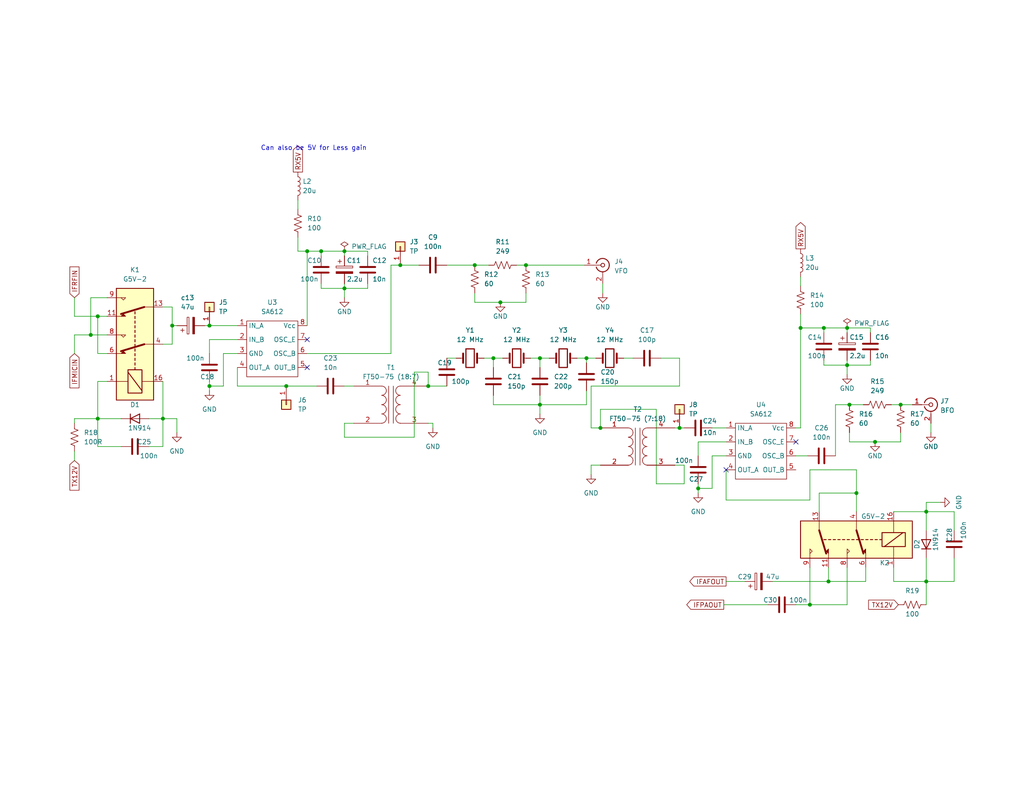
<source format=kicad_sch>
(kicad_sch (version 20211123) (generator eeschema)
  (paper "A")
  (title_block (date "2022-08-31") (rev "0.1a") (company "DATER (Dave Peter)"))
  (lib_symbols
    (symbol "Connector:Conn_Coaxial" (pin_names (offset 1.016) hide)
      (property "Reference" "J" (at 0.254 3.048 0))
      (property "Value" "Conn_Coaxial" (at 2.921 0 90))
      (symbol "Conn_Coaxial_0_1"
        (arc (start -1.778 -0.508) (mid 0.2311 -1.8066) (end 1.778 0) (stroke (width 0.254)))
        (polyline (pts (xy -2.54 0) (xy -0.508 0)))
        (polyline (pts (xy 0 -2.54) (xy 0 -1.778)))
        (circle (center 0 0) (radius 0.508) (stroke (width 0.2032)))
        (arc (start 1.778 0) (mid 0.2099 1.8101) (end -1.778 0.508) (stroke (width 0.254)))
      )
      (symbol "Conn_Coaxial_1_1"
        (pin passive line (at -5.08 0 0) (length 2.54) (name "In") (number "1"))
        (pin passive line (at 0 -5.08 90) (length 2.54) (name "Ext") (number "2"))
      )
    )
    (symbol "Connector_Generic:Conn_01x01" (pin_names (offset 1.016) hide)
      (property "Reference" "J" (at 0 2.54 0))
      (property "Value" "Conn_01x01" (at 0 -2.54 0))
      (symbol "Conn_01x01_1_1"
        (rectangle (start -1.27 0.127) (end 0 -0.127) (stroke (width 0.1524)))
        (rectangle (start -1.27 1.27) (end 1.27 -1.27) (stroke (width 0.254)) (fill (type background)))
        (pin passive line (at -5.08 0 0) (length 3.81) (name "Pin_1") (number "1"))
      )
    )
    (symbol "Custom_RF:SA612"
      (property "Reference" "U" (at 1.27 10.16 0))
      (property "Value" "SA612" (at 1.27 -7.62 0))
      (symbol "SA612_0_1"
        (rectangle (start -6.35 8.89) (end 7.62 -6.35))
      )
      (symbol "SA612_1_1"
        (pin input line (at -8.89 7.62 0) (length 2.54) (name "IN_A") (number "1"))
        (pin input line (at -8.89 3.81 0) (length 2.54) (name "IN_B") (number "2"))
        (pin power_in line (at -8.89 0 0) (length 2.54) (name "GND") (number "3"))
        (pin output line (at -8.89 -3.81 0) (length 2.54) (name "OUT_A") (number "4"))
        (pin output line (at 10.16 -3.81 180) (length 2.54) (name "OUT_B") (number "5"))
        (pin input line (at 10.16 0 180) (length 2.54) (name "OSC_B") (number "6"))
        (pin input line (at 10.16 3.81 180) (length 2.54) (name "OSC_E") (number "7"))
        (pin power_in line (at 10.16 7.62 180) (length 2.54) (name "Vcc") (number "8"))
      )
    )
    (symbol "Device:C" (pin_numbers hide) (pin_names (offset 0.254))
      (property "Reference" "C" (at 0.635 2.54 0))
      (property "Value" "C" (at 0.635 -2.54 0))
      (symbol "C_0_1"
        (polyline (pts (xy -2.032 -0.762) (xy 2.032 -0.762)) (stroke (width 0.508)))
        (polyline (pts (xy -2.032 0.762) (xy 2.032 0.762)) (stroke (width 0.508)))
      )
      (symbol "C_1_1"
        (pin passive line (at 0 3.81 270) (length 2.794) (name "~") (number "1"))
        (pin passive line (at 0 -3.81 90) (length 2.794) (name "~") (number "2"))
      )
    )
    (symbol "Device:C_Polarized" (pin_numbers hide) (pin_names (offset 0.254))
      (property "Reference" "C" (at 0.635 2.54 0))
      (property "Value" "C_Polarized" (at 0.635 -2.54 0))
      (symbol "C_Polarized_0_1"
        (rectangle (start -2.286 0.508) (end 2.286 1.016))
        (polyline (pts (xy -1.778 2.286) (xy -0.762 2.286)))
        (polyline (pts (xy -1.27 2.794) (xy -1.27 1.778)))
        (rectangle (start 2.286 -0.508) (end -2.286 -1.016) (fill (type outline)))
      )
      (symbol "C_Polarized_1_1"
        (pin passive line (at 0 3.81 270) (length 2.794) (name "~") (number "1"))
        (pin passive line (at 0 -3.81 90) (length 2.794) (name "~") (number "2"))
      )
    )
    (symbol "Device:Crystal" (pin_numbers hide) (pin_names (offset 1.016) hide)
      (property "Reference" "Y" (at 0 3.81 0))
      (property "Value" "Crystal" (at 0 -3.81 0))
      (symbol "Crystal_0_1"
        (rectangle (start -1.143 2.54) (end 1.143 -2.54) (stroke (width 0.3048)))
        (polyline (pts (xy -2.54 0) (xy -1.905 0)))
        (polyline (pts (xy -1.905 -1.27) (xy -1.905 1.27)) (stroke (width 0.508)))
        (polyline (pts (xy 1.905 -1.27) (xy 1.905 1.27)) (stroke (width 0.508)))
        (polyline (pts (xy 2.54 0) (xy 1.905 0)))
      )
      (symbol "Crystal_1_1"
        (pin passive line (at -3.81 0 0) (length 1.27) (name "1") (number "1"))
        (pin passive line (at 3.81 0 180) (length 1.27) (name "2") (number "2"))
      )
    )
    (symbol "Device:L" (pin_numbers hide) (pin_names (offset 1.016) hide)
      (property "Reference" "L" (at -1.27 0 90))
      (property "Value" "L" (at 1.905 0 90))
      (symbol "L_0_1"
        (arc (start 0 -2.54) (mid 0.635 -1.905) (end 0 -1.27))
        (arc (start 0 -1.27) (mid 0.635 -0.635) (end 0 0))
        (arc (start 0 0) (mid 0.635 0.635) (end 0 1.27))
        (arc (start 0 1.27) (mid 0.635 1.905) (end 0 2.54))
      )
      (symbol "L_1_1"
        (pin passive line (at 0 3.81 270) (length 1.27) (name "1") (number "1"))
        (pin passive line (at 0 -3.81 90) (length 1.27) (name "2") (number "2"))
      )
    )
    (symbol "Device:R_US" (pin_numbers hide) (pin_names (offset 0))
      (property "Reference" "R" (at 2.54 0 90))
      (property "Value" "R_US" (at -2.54 0 90))
      (symbol "R_US_0_1"
        (polyline (pts (xy 0 -2.286) (xy 0 -2.54)))
        (polyline (pts (xy 0 2.286) (xy 0 2.54)))
        (polyline (pts (xy 0 -0.762) (xy 1.016 -1.143) (xy 0 -1.524) (xy -1.016 -1.905) (xy 0 -2.286)))
        (polyline (pts (xy 0 0.762) (xy 1.016 0.381) (xy 0 0) (xy -1.016 -0.381) (xy 0 -0.762)))
        (polyline (pts (xy 0 2.286) (xy 1.016 1.905) (xy 0 1.524) (xy -1.016 1.143) (xy 0 0.762)))
      )
      (symbol "R_US_1_1"
        (pin passive line (at 0 3.81 270) (length 1.27) (name "~") (number "1"))
        (pin passive line (at 0 -3.81 90) (length 1.27) (name "~") (number "2"))
      )
    )
    (symbol "Device:Transformer_1P_1S" (pin_names (offset 1.016) hide)
      (property "Reference" "T" (at 0 6.35 0))
      (property "Value" "Transformer_1P_1S" (at 0 -7.62 0))
      (symbol "Transformer_1P_1S_0_1"
        (arc (start -2.54 -5.0546) (mid -1.6599 -4.6901) (end -1.27 -3.81))
        (arc (start -2.54 -2.5146) (mid -1.6599 -2.1501) (end -1.27 -1.27))
        (arc (start -2.54 0.0254) (mid -1.6599 0.3899) (end -1.27 1.27))
        (arc (start -2.54 2.5654) (mid -1.6599 2.9299) (end -1.27 3.81))
        (arc (start -1.27 -3.81) (mid -1.642 -2.912) (end -2.54 -2.54))
        (arc (start -1.27 -1.27) (mid -1.642 -0.372) (end -2.54 0))
        (arc (start -1.27 1.27) (mid -1.642 2.168) (end -2.54 2.54))
        (arc (start -1.27 3.81) (mid -1.642 4.708) (end -2.54 5.08))
        (polyline (pts (xy -0.635 5.08) (xy -0.635 -5.08)))
        (polyline (pts (xy 0.635 -5.08) (xy 0.635 5.08)))
        (arc (start 1.2954 -1.27) (mid 1.6599 -2.1501) (end 2.54 -2.5146))
        (arc (start 1.2954 1.27) (mid 1.6599 0.3899) (end 2.54 0.0254))
        (arc (start 1.2954 3.81) (mid 1.6599 2.9299) (end 2.54 2.5654))
        (arc (start 1.3208 -3.81) (mid 1.6853 -4.6901) (end 2.5654 -5.0546))
        (arc (start 2.54 0) (mid 1.642 -0.372) (end 1.2954 -1.27))
        (arc (start 2.54 2.54) (mid 1.642 2.168) (end 1.2954 1.27))
        (arc (start 2.54 5.08) (mid 1.642 4.708) (end 1.2954 3.81))
        (arc (start 2.5654 -2.54) (mid 1.6674 -2.912) (end 1.3208 -3.81))
      )
      (symbol "Transformer_1P_1S_1_1"
        (pin passive line (at -10.16 5.08 0) (length 7.62) (name "AA") (number "1"))
        (pin passive line (at -10.16 -5.08 0) (length 7.62) (name "AB") (number "2"))
        (pin passive line (at 10.16 -5.08 180) (length 7.62) (name "SA") (number "3"))
        (pin passive line (at 10.16 5.08 180) (length 7.62) (name "SB") (number "4"))
      )
    )
    (symbol "Diode:1N914" (pin_numbers hide) (pin_names (offset 1.016) hide)
      (property "Reference" "D" (at 0 2.54 0))
      (property "Value" "1N914" (at 0 -2.54 0))
      (symbol "1N914_0_1"
        (polyline (pts (xy -1.27 1.27) (xy -1.27 -1.27)) (stroke (width 0.254)))
        (polyline (pts (xy 1.27 0) (xy -1.27 0)))
        (polyline (pts (xy 1.27 1.27) (xy 1.27 -1.27) (xy -1.27 0) (xy 1.27 1.27)) (stroke (width 0.254)))
      )
      (symbol "1N914_1_1"
        (pin passive line (at -3.81 0 0) (length 2.54) (name "K") (number "1"))
        (pin passive line (at 3.81 0 180) (length 2.54) (name "A") (number "2"))
      )
    )
    (symbol "Relay:G5V-2"
      (property "Reference" "K" (at 16.51 3.81 0))
      (property "Value" "G5V-2" (at 16.51 1.27 0))
      (symbol "G5V-2_0_1"
        (rectangle (start -15.24 5.08) (end 15.24 -5.08) (stroke (width 0.254)) (fill (type background)))
        (rectangle (start -13.335 1.905) (end -6.985 -1.905) (stroke (width 0.254)))
        (polyline (pts (xy -12.7 -1.905) (xy -7.62 1.905)) (stroke (width 0.254)))
        (polyline (pts (xy -10.16 -5.08) (xy -10.16 -1.905)))
        (polyline (pts (xy -10.16 5.08) (xy -10.16 1.905)))
        (polyline (pts (xy -6.985 0) (xy -6.35 0)) (stroke (width 0.254)))
        (polyline (pts (xy -5.715 0) (xy -5.08 0)) (stroke (width 0.254)))
        (polyline (pts (xy -4.445 0) (xy -3.81 0)) (stroke (width 0.254)))
        (polyline (pts (xy -3.175 0) (xy -2.54 0)) (stroke (width 0.254)))
        (polyline (pts (xy -1.905 0) (xy -1.27 0)) (stroke (width 0.254)))
        (polyline (pts (xy -0.635 0) (xy 0 0)) (stroke (width 0.254)))
        (polyline (pts (xy 0 -2.54) (xy -1.905 3.81)) (stroke (width 0.508)))
        (polyline (pts (xy 0 -2.54) (xy 0 -5.08)))
        (polyline (pts (xy 0.635 0) (xy 1.27 0)) (stroke (width 0.254)))
        (polyline (pts (xy 1.905 0) (xy 2.54 0)) (stroke (width 0.254)))
        (polyline (pts (xy 3.175 0) (xy 3.81 0)) (stroke (width 0.254)))
        (polyline (pts (xy 4.445 0) (xy 5.08 0)) (stroke (width 0.254)))
        (polyline (pts (xy 5.715 0) (xy 6.35 0)) (stroke (width 0.254)))
        (polyline (pts (xy 6.985 0) (xy 7.62 0)) (stroke (width 0.254)))
        (polyline (pts (xy 8.255 0) (xy 8.89 0)) (stroke (width 0.254)))
        (polyline (pts (xy 10.16 -2.54) (xy 8.255 3.81)) (stroke (width 0.508)))
        (polyline (pts (xy 10.16 -2.54) (xy 10.16 -5.08)))
        (polyline (pts (xy -2.54 5.08) (xy -2.54 2.54) (xy -1.905 3.175) (xy -2.54 3.81)) (fill (type outline)))
        (polyline (pts (xy 2.54 5.08) (xy 2.54 2.54) (xy 1.905 3.175) (xy 2.54 3.81)))
        (polyline (pts (xy 7.62 5.08) (xy 7.62 2.54) (xy 8.255 3.175) (xy 7.62 3.81)) (fill (type outline)))
        (polyline (pts (xy 12.7 5.08) (xy 12.7 2.54) (xy 12.065 3.175) (xy 12.7 3.81)))
      )
      (symbol "G5V-2_1_1"
        (pin passive line (at -10.16 7.62 270) (length 2.54) (name "~") (number "1"))
        (pin passive line (at 7.62 7.62 270) (length 2.54) (name "~") (number "11"))
        (pin passive line (at 10.16 -7.62 90) (length 2.54) (name "~") (number "13"))
        (pin passive line (at -10.16 -7.62 90) (length 2.54) (name "~") (number "16"))
        (pin passive line (at 0 -7.62 90) (length 2.54) (name "~") (number "4"))
        (pin passive line (at -2.54 7.62 270) (length 2.54) (name "~") (number "6"))
        (pin passive line (at 2.54 7.62 270) (length 2.54) (name "~") (number "8"))
        (pin passive line (at 12.7 7.62 270) (length 2.54) (name "~") (number "9"))
      )
    )
    (symbol "power:GND" (power) (pin_names (offset 0))
      (property "Value" "GND" (at 0 -3.81 0))
      (symbol "GND_0_1"
        (polyline (pts (xy 0 0) (xy 0 -1.27) (xy 1.27 -1.27) (xy 0 -2.54) (xy -1.27 -1.27) (xy 0 -1.27)))
      )
      (symbol "GND_1_1"
        (pin power_in line (at 0 0 270) (length 0) hide (name "GND") (number "1"))
      )
    )
    (symbol "power:PWR_FLAG" (power) (pin_numbers hide) (pin_names (offset 0) hide)
      (property "Value" "PWR_FLAG" (at 0 3.81 0))
      (symbol "PWR_FLAG_0_0"
        (pin power_out line (at 0 0 90) (length 0) (name "pwr") (number "1"))
      )
      (symbol "PWR_FLAG_0_1"
        (polyline (pts (xy 0 0) (xy 0 1.27) (xy -1.016 1.905) (xy 0 2.54) (xy 1.016 1.905) (xy 0 1.27)))
      )
    )
  )
  (junction (at 129.54 72.39))
  (junction (at 26.67 114.3))
  (junction (at 46.99 88.9))
  (junction (at 160.02 97.79))
  (junction (at 190.5 133.35))
  (junction (at 218.44 89.535))
  (junction (at 136.525 82.55))
  (junction (at 252.73 158.75))
  (junction (at 143.51 72.39))
  (junction (at 231.14 89.535))
  (junction (at 231.14 99.695))
  (junction (at 78.105 105.41))
  (junction (at 226.06 158.75))
  (junction (at 57.15 88.9))
  (junction (at 231.775 110.49))
  (junction (at 252.73 139.7))
  (junction (at 93.98 68.58))
  (junction (at 238.76 120.65))
  (junction (at 224.79 89.535))
  (junction (at 109.22 72.39))
  (junction (at 134.62 97.79))
  (junction (at 245.745 110.49))
  (junction (at 147.32 97.79))
  (junction (at 93.98 78.74))
  (junction (at 233.68 134.62))
  (junction (at 26.67 86.36))
  (junction (at 44.45 114.3))
  (junction (at 163.83 116.84))
  (junction (at 185.42 116.84))
  (junction (at 116.84 105.41))
  (junction (at 57.15 105.41))
  (junction (at 220.98 165.1))
  (junction (at 147.32 110.49))
  (junction (at 83.82 68.58))
  (junction (at 24.765 91.44))
  (junction (at 87.63 68.58))
  (no_connect (at 198.12 128.27))
  (no_connect (at 83.82 92.71))
  (no_connect (at 217.17 120.65))
  (no_connect (at 83.82 100.33))
  (wire (pts (xy 224.79 89.535) (xy 231.14 89.535)))
  (wire (pts (xy 24.765 81.28) (xy 29.21 81.28)))
  (wire (pts (xy 20.32 123.19) (xy 20.32 125.73)))
  (wire (pts (xy 220.98 136.525) (xy 198.12 136.525)))
  (wire (pts (xy 57.15 92.71) (xy 57.15 96.52)))
  (wire (pts (xy 100.33 68.58) (xy 100.33 69.85)))
  (wire (pts (xy 220.98 128.27) (xy 233.68 128.27)))
  (wire (pts (xy 26.67 96.52) (xy 29.21 96.52)))
  (wire (pts (xy 194.31 133.35) (xy 194.31 124.46)))
  (wire (pts (xy 260.35 158.75) (xy 260.35 152.4)))
  (wire (pts (xy 147.32 97.79) (xy 149.86 97.79)))
  (wire (pts (xy 87.63 77.47) (xy 87.63 78.74)))
  (wire (pts (xy 243.205 110.49) (xy 245.745 110.49)))
  (wire (pts (xy 24.765 91.44) (xy 20.32 91.44)))
  (wire (pts (xy 40.64 114.3) (xy 44.45 114.3)))
  (wire (pts (xy 26.67 114.3) (xy 26.67 121.92)))
  (wire (pts (xy 252.73 158.75) (xy 260.35 158.75)))
  (wire (pts (xy 231.14 165.1) (xy 231.14 154.94)))
  (wire (pts (xy 194.31 124.46) (xy 198.12 124.46)))
  (wire (pts (xy 224.79 89.535) (xy 224.79 90.805)))
  (wire (pts (xy 44.45 114.3) (xy 44.45 121.92)))
  (wire (pts (xy 238.76 120.65) (xy 245.745 120.65)))
  (wire (pts (xy 87.63 68.58) (xy 87.63 69.85)))
  (wire (pts (xy 163.83 116.84) (xy 163.83 111.76)))
  (wire (pts (xy 26.67 114.3) (xy 33.02 114.3)))
  (wire (pts (xy 164.465 77.47) (xy 164.465 80.01)))
  (wire (pts (xy 245.745 120.65) (xy 245.745 118.11)))
  (wire (pts (xy 227.965 110.49) (xy 227.965 124.46)))
  (wire (pts (xy 147.32 110.49) (xy 147.32 107.95)))
  (wire (pts (xy 243.84 158.75) (xy 252.73 158.75)))
  (wire (pts (xy 218.44 89.535) (xy 218.44 116.84)))
  (wire (pts (xy 48.26 88.9) (xy 46.99 88.9)))
  (wire (pts (xy 20.32 81.28) (xy 20.32 86.36)))
  (wire (pts (xy 81.28 68.58) (xy 83.82 68.58)))
  (wire (pts (xy 224.79 99.695) (xy 231.14 99.695)))
  (wire (pts (xy 218.44 85.725) (xy 218.44 89.535)))
  (wire (pts (xy 231.14 99.695) (xy 231.14 98.425)))
  (wire (pts (xy 116.84 105.41) (xy 121.92 105.41)))
  (wire (pts (xy 93.98 115.57) (xy 93.98 119.38)))
  (wire (pts (xy 220.98 165.1) (xy 231.14 165.1)))
  (wire (pts (xy 252.73 139.7) (xy 260.35 139.7)))
  (wire (pts (xy 220.98 154.94) (xy 220.98 165.1)))
  (wire (pts (xy 179.07 111.76) (xy 179.07 132.08)))
  (wire (pts (xy 231.14 99.695) (xy 231.14 102.235)))
  (wire (pts (xy 237.49 98.425) (xy 237.49 99.695)))
  (wire (pts (xy 217.17 165.1) (xy 220.98 165.1)))
  (wire (pts (xy 26.67 86.36) (xy 29.21 86.36)))
  (wire (pts (xy 223.52 134.62) (xy 223.52 139.7)))
  (wire (pts (xy 161.29 127) (xy 163.83 127)))
  (wire (pts (xy 185.42 97.79) (xy 185.42 105.41)))
  (wire (pts (xy 118.11 115.57) (xy 118.11 116.84)))
  (wire (pts (xy 237.49 89.535) (xy 237.49 90.805)))
  (wire (pts (xy 81.28 54.61) (xy 81.28 57.15)))
  (wire (pts (xy 93.98 68.58) (xy 93.98 69.85)))
  (wire (pts (xy 143.51 82.55) (xy 143.51 80.01)))
  (wire (pts (xy 129.54 72.39) (xy 133.35 72.39)))
  (wire (pts (xy 26.67 86.36) (xy 26.67 96.52)))
  (wire (pts (xy 26.67 121.92) (xy 33.02 121.92)))
  (wire (pts (xy 121.92 72.39) (xy 129.54 72.39)))
  (wire (pts (xy 252.73 139.7) (xy 252.73 137.16)))
  (wire (pts (xy 243.84 139.7) (xy 252.73 139.7)))
  (wire (pts (xy 231.14 89.535) (xy 231.14 90.805)))
  (wire (pts (xy 134.62 97.79) (xy 134.62 100.33)))
  (wire (pts (xy 140.97 72.39) (xy 143.51 72.39)))
  (wire (pts (xy 143.51 72.39) (xy 159.385 72.39)))
  (wire (pts (xy 64.77 105.41) (xy 64.77 100.33)))
  (wire (pts (xy 93.98 78.74) (xy 93.98 77.47)))
  (wire (pts (xy 81.28 64.77) (xy 81.28 68.58)))
  (wire (pts (xy 106.68 72.39) (xy 106.68 96.52)))
  (wire (pts (xy 147.32 110.49) (xy 147.32 113.03)))
  (wire (pts (xy 93.98 78.74) (xy 93.98 81.28)))
  (wire (pts (xy 44.45 104.14) (xy 44.45 114.3)))
  (wire (pts (xy 198.12 136.525) (xy 198.12 128.27)))
  (wire (pts (xy 26.67 104.14) (xy 26.67 114.3)))
  (wire (pts (xy 116.84 115.57) (xy 118.11 115.57)))
  (wire (pts (xy 57.15 88.9) (xy 64.77 88.9)))
  (wire (pts (xy 114.3 72.39) (xy 109.22 72.39)))
  (wire (pts (xy 233.68 134.62) (xy 233.68 139.7)))
  (wire (pts (xy 29.21 104.14) (xy 26.67 104.14)))
  (wire (pts (xy 44.45 114.3) (xy 48.26 114.3)))
  (wire (pts (xy 160.02 106.68) (xy 160.02 110.49)))
  (wire (pts (xy 252.73 158.75) (xy 252.73 152.4)))
  (wire (pts (xy 78.105 105.41) (xy 86.36 105.41)))
  (wire (pts (xy 224.79 98.425) (xy 224.79 99.695)))
  (wire (pts (xy 48.26 114.3) (xy 48.26 118.11)))
  (wire (pts (xy 46.99 88.9) (xy 46.99 93.98)))
  (wire (pts (xy 134.62 97.79) (xy 137.16 97.79)))
  (wire (pts (xy 147.32 97.79) (xy 147.32 100.33)))
  (wire (pts (xy 184.15 116.84) (xy 185.42 116.84)))
  (wire (pts (xy 134.62 110.49) (xy 147.32 110.49)))
  (wire (pts (xy 185.42 105.41) (xy 161.29 105.41)))
  (wire (pts (xy 116.84 101.6) (xy 116.84 105.41)))
  (wire (pts (xy 190.5 133.35) (xy 194.31 133.35)))
  (wire (pts (xy 198.12 120.65) (xy 190.5 120.65)))
  (wire (pts (xy 254 115.57) (xy 254 118.11)))
  (wire (pts (xy 157.48 97.79) (xy 160.02 97.79)))
  (wire (pts (xy 144.78 97.79) (xy 147.32 97.79)))
  (wire (pts (xy 190.5 120.65) (xy 190.5 124.46)))
  (wire (pts (xy 40.64 121.92) (xy 44.45 121.92)))
  (wire (pts (xy 163.83 111.76) (xy 179.07 111.76)))
  (wire (pts (xy 243.84 154.94) (xy 243.84 158.75)))
  (wire (pts (xy 160.02 97.79) (xy 160.02 99.06)))
  (wire (pts (xy 60.96 96.52) (xy 64.77 96.52)))
  (wire (pts (xy 57.15 105.41) (xy 57.15 106.68)))
  (wire (pts (xy 185.42 97.79) (xy 180.34 97.79)))
  (wire (pts (xy 223.52 134.62) (xy 233.68 134.62)))
  (wire (pts (xy 134.62 107.95) (xy 134.62 110.49)))
  (wire (pts (xy 220.345 124.46) (xy 217.17 124.46)))
  (wire (pts (xy 231.775 110.49) (xy 235.585 110.49)))
  (wire (pts (xy 55.88 88.9) (xy 57.15 88.9)))
  (wire (pts (xy 44.45 93.98) (xy 46.99 93.98)))
  (wire (pts (xy 161.29 127) (xy 161.29 129.54)))
  (wire (pts (xy 252.73 139.7) (xy 252.73 144.78)))
  (wire (pts (xy 210.82 158.75) (xy 226.06 158.75)))
  (wire (pts (xy 136.525 82.55) (xy 143.51 82.55)))
  (wire (pts (xy 226.06 154.94) (xy 226.06 158.75)))
  (wire (pts (xy 161.29 105.41) (xy 161.29 116.84)))
  (wire (pts (xy 93.98 78.74) (xy 100.33 78.74)))
  (wire (pts (xy 197.485 165.1) (xy 209.55 165.1)))
  (wire (pts (xy 179.07 132.08) (xy 186.69 132.08)))
  (wire (pts (xy 83.82 68.58) (xy 87.63 68.58)))
  (wire (pts (xy 252.73 158.75) (xy 252.73 165.1)))
  (wire (pts (xy 44.45 83.82) (xy 46.99 83.82)))
  (wire (pts (xy 57.15 104.14) (xy 57.15 105.41)))
  (wire (pts (xy 231.775 110.49) (xy 227.965 110.49)))
  (wire (pts (xy 185.42 116.84) (xy 186.69 116.84)))
  (wire (pts (xy 231.775 120.65) (xy 238.76 120.65)))
  (wire (pts (xy 109.22 72.39) (xy 106.68 72.39)))
  (wire (pts (xy 160.02 97.79) (xy 162.56 97.79)))
  (wire (pts (xy 60.96 105.41) (xy 60.96 96.52)))
  (wire (pts (xy 220.98 128.27) (xy 220.98 136.525)))
  (wire (pts (xy 83.82 68.58) (xy 83.82 88.9)))
  (wire (pts (xy 184.15 127) (xy 186.69 127)))
  (wire (pts (xy 236.22 154.94) (xy 236.22 158.75)))
  (wire (pts (xy 190.5 133.35) (xy 190.5 134.62)))
  (wire (pts (xy 245.745 110.49) (xy 248.92 110.49)))
  (wire (pts (xy 64.77 105.41) (xy 78.105 105.41)))
  (wire (pts (xy 121.92 97.79) (xy 124.46 97.79)))
  (wire (pts (xy 64.77 92.71) (xy 57.15 92.71)))
  (wire (pts (xy 20.32 86.36) (xy 26.67 86.36)))
  (wire (pts (xy 260.35 144.78) (xy 260.35 139.7)))
  (wire (pts (xy 218.44 75.565) (xy 218.44 78.105)))
  (wire (pts (xy 218.44 89.535) (xy 224.79 89.535)))
  (wire (pts (xy 160.02 110.49) (xy 147.32 110.49)))
  (wire (pts (xy 46.99 83.82) (xy 46.99 88.9)))
  (wire (pts (xy 186.69 127) (xy 186.69 132.08)))
  (wire (pts (xy 100.33 77.47) (xy 100.33 78.74)))
  (wire (pts (xy 57.15 105.41) (xy 60.96 105.41)))
  (wire (pts (xy 29.21 91.44) (xy 24.765 91.44)))
  (wire (pts (xy 233.68 134.62) (xy 233.68 128.27)))
  (wire (pts (xy 106.68 96.52) (xy 83.82 96.52)))
  (wire (pts (xy 132.08 97.79) (xy 134.62 97.79)))
  (wire (pts (xy 170.18 97.79) (xy 172.72 97.79)))
  (wire (pts (xy 231.775 118.11) (xy 231.775 120.65)))
  (wire (pts (xy 231.14 99.695) (xy 237.49 99.695)))
  (wire (pts (xy 87.63 68.58) (xy 93.98 68.58)))
  (wire (pts (xy 113.03 101.6) (xy 116.84 101.6)))
  (wire (pts (xy 218.44 116.84) (xy 217.17 116.84)))
  (wire (pts (xy 129.54 80.01) (xy 129.54 82.55)))
  (wire (pts (xy 113.03 119.38) (xy 113.03 101.6)))
  (wire (pts (xy 93.98 68.58) (xy 100.33 68.58)))
  (wire (pts (xy 87.63 78.74) (xy 93.98 78.74)))
  (wire (pts (xy 20.32 91.44) (xy 20.32 96.52)))
  (wire (pts (xy 26.67 114.3) (xy 20.32 114.3)))
  (wire (pts (xy 198.12 158.75) (xy 203.2 158.75)))
  (wire (pts (xy 24.765 91.44) (xy 24.765 81.28)))
  (wire (pts (xy 96.52 115.57) (xy 93.98 115.57)))
  (wire (pts (xy 190.5 132.08) (xy 190.5 133.35)))
  (wire (pts (xy 129.54 82.55) (xy 136.525 82.55)))
  (wire (pts (xy 231.14 89.535) (xy 237.49 89.535)))
  (wire (pts (xy 93.98 119.38) (xy 113.03 119.38)))
  (wire (pts (xy 93.98 105.41) (xy 96.52 105.41)))
  (wire (pts (xy 236.22 158.75) (xy 226.06 158.75)))
  (wire (pts (xy 194.31 116.84) (xy 198.12 116.84)))
  (wire (pts (xy 161.29 116.84) (xy 163.83 116.84)))
  (wire (pts (xy 20.32 114.3) (xy 20.32 115.57)))
  (wire (pts (xy 252.73 137.16) (xy 256.54 137.16)))
  (text "Can also be 5V for Less gain" (at 71.12 41.275 0) (effects (font (size 1.27 1.27)) (justify left bottom)))
  (global_label "RX5V" (shape output) (at 81.28 46.99 90) (property "Intersheet References" "${INTERSHEET_REFS}" (effects hide)))
  (global_label "IFRFIN" (shape input) (at 20.32 81.28 90) (property "Intersheet References" "${INTERSHEET_REFS}" (effects hide)))
  (global_label "TX12V" (shape input) (at 245.11 165.1 180) (property "Intersheet References" "${INTERSHEET_REFS}" (effects hide)))
  (global_label "IFMICIN" (shape input) (at 20.32 96.52 270) (property "Intersheet References" "${INTERSHEET_REFS}" (effects hide)))
  (global_label "RX5V" (shape output) (at 218.44 67.945 90) (property "Intersheet References" "${INTERSHEET_REFS}" (effects hide)))
  (global_label "IFPAOUT" (shape output) (at 197.485 165.1 180) (property "Intersheet References" "${INTERSHEET_REFS}" (effects hide)))
  (global_label "TX12V" (shape input) (at 20.32 125.73 270) (property "Intersheet References" "${INTERSHEET_REFS}" (effects hide)))
  (global_label "IFAFOUT" (shape output) (at 198.12 158.75 180) (property "Intersheet References" "${INTERSHEET_REFS}" (effects hide)))
  (symbol (lib_id "power:GND") (at 190.5 134.62 0) (unit 1)
    (property "Reference" "#PWR020" (effects hide))
    (property "Value" "GND" (at 190.5 139.7 0))
  )
  (symbol (lib_id "power:GND") (at 93.98 81.28 0) (unit 1)
    (property "Reference" "#PWR010" (effects hide))
    (property "Value" "GND" (at 93.98 85.09 0))
  )
  (symbol (lib_id "Custom_RF:SA612") (at 73.66 96.52 0) (unit 1)
    (property "Reference" "U3" (at 74.295 82.55 0))
    (property "Value" "SA612" (at 74.295 85.09 0))
    (property "Footprint" "Package_DIP:DIP-8_W7.62mm_Socket" (effects hide))
  )
  (symbol (lib_id "Connector_Generic:Conn_01x01") (at 109.22 67.31 90) (unit 1)
    (property "Reference" "J3" (at 111.76 66.0399 90) (effects (justify right)))
    (property "Value" "TP" (at 111.76 68.5799 90) (effects (justify right)))
    (property "Footprint" "Connector_PinHeader_1.00mm:PinHeader_1x01_P1.00mm_Vertical" (effects hide))
  )
  (symbol (lib_id "Device:C") (at 36.83 121.92 90) (unit 1)
    (property "Reference" "C25" (at 39.37 120.65 90))
    (property "Value" "100n" (at 40.64 124.46 90))
    (property "Footprint" "Capacitor_SMD:C_1206_3216Metric" (effects hide))
  )
  (symbol (lib_id "Device:R_US") (at 245.745 114.3 0) (unit 1)
    (property "Reference" "R17" (at 248.285 113.0299 0) (effects (justify left)))
    (property "Value" "60" (at 248.285 115.5699 0) (effects (justify left)))
    (property "Footprint" "Resistor_SMD:R_1206_3216Metric" (effects hide))
  )
  (symbol (lib_id "Device:C_Polarized") (at 207.01 158.75 90) (unit 1)
    (property "Reference" "C29" (at 203.2 157.48 90))
    (property "Value" "47u" (at 210.82 157.48 90))
    (property "Footprint" "Capacitor_THT:CP_Radial_D8.0mm_P2.50mm" (effects hide))
  )
  (symbol (lib_id "Device:C") (at 213.36 165.1 270) (unit 1)
    (property "Reference" "C30" (at 210.185 163.83 90))
    (property "Value" "100n" (at 217.805 163.83 90))
    (property "Footprint" "Capacitor_SMD:C_1206_3216Metric" (effects hide))
  )
  (symbol (lib_id "Device:C") (at 190.5 116.84 90) (unit 1)
    (property "Reference" "C24" (at 193.675 114.935 90))
    (property "Value" "10n" (at 193.675 118.11 90))
    (property "Footprint" "Capacitor_SMD:C_1206_3216Metric" (effects hide))
  )
  (symbol (lib_id "Diode:1N914") (at 36.83 114.3 0) (unit 1)
    (property "Reference" "D1" (at 36.83 110.49 0))
    (property "Value" "1N914" (at 38.1 116.84 0))
    (property "Footprint" "Diode_THT:D_DO-35_SOD27_P7.62mm_Horizontal" (effects hide))
    (property "Datasheet" "http://www.vishay.com/docs/85622/1n914.pdf" (effects hide))
  )
  (symbol (lib_id "Device:R_US") (at 231.775 114.3 0) (unit 1)
    (property "Reference" "R16" (at 234.315 113.0299 0) (effects (justify left)))
    (property "Value" "60" (at 234.315 115.5699 0) (effects (justify left)))
    (property "Footprint" "Resistor_SMD:R_1206_3216Metric" (effects hide))
  )
  (symbol (lib_id "Diode:1N914") (at 252.73 148.59 90) (unit 1)
    (property "Reference" "D2" (at 250.19 148.59 0))
    (property "Value" "1N914" (at 255.27 147.32 0))
    (property "Footprint" "Diode_THT:D_DO-35_SOD27_P7.62mm_Horizontal" (effects hide))
    (property "Datasheet" "http://www.vishay.com/docs/85622/1n914.pdf" (effects hide))
  )
  (symbol (lib_id "Device:R_US") (at 218.44 81.915 0) (unit 1)
    (property "Reference" "R14" (at 220.98 80.6449 0) (effects (justify left)))
    (property "Value" "100" (at 220.98 83.1849 0) (effects (justify left)))
    (property "Footprint" "Resistor_SMD:R_1206_3216Metric" (effects hide))
  )
  (symbol (lib_id "Relay:G5V-2") (at 233.68 147.32 180) (unit 1)
    (property "Reference" "K2" (at 240.03 153.67 0) (effects (justify right)))
    (property "Value" "G5V-2" (at 234.95 140.97 0) (effects (justify right)))
    (property "Footprint" "Relay_THT:Relay_DPDT_Omron_G5V-2" (effects hide))
    (property "Datasheet" "http://omronfs.omron.com/en_US/ecb/products/pdf/en-g5v_2.pdf" (effects hide))
  )
  (symbol (lib_id "Device:L") (at 81.28 50.8 0) (unit 1)
    (property "Reference" "L2" (at 82.55 49.5299 0) (effects (justify left)))
    (property "Value" "20u" (at 82.55 52.0699 0) (effects (justify left)))
    (property "Footprint" "Inductor_SMD:L_1206_3216Metric" (effects hide))
  )
  (symbol (lib_id "Device:R_US") (at 81.28 60.96 0) (unit 1)
    (property "Reference" "R10" (at 83.82 59.6899 0) (effects (justify left)))
    (property "Value" "100" (at 83.82 62.2299 0) (effects (justify left)))
    (property "Footprint" "Resistor_SMD:R_1206_3216Metric" (effects hide))
  )
  (symbol (lib_id "Device:R_US") (at 129.54 76.2 0) (unit 1)
    (property "Reference" "R12" (at 132.08 74.9299 0) (effects (justify left)))
    (property "Value" "60" (at 132.08 77.4699 0) (effects (justify left)))
    (property "Footprint" "Resistor_SMD:R_1206_3216Metric" (effects hide))
  )
  (symbol (lib_id "Device:C") (at 147.32 104.14 0) (unit 1)
    (property "Reference" "C22" (at 151.13 102.8699 0) (effects (justify left)))
    (property "Value" "200p" (at 151.13 105.4099 0) (effects (justify left)))
    (property "Footprint" "Capacitor_SMD:C_1206_3216Metric" (effects hide))
  )
  (symbol (lib_id "Device:Crystal") (at 153.67 97.79 0) (unit 1)
    (property "Reference" "Y3" (at 153.67 90.17 0))
    (property "Value" "12 MHz" (at 153.67 92.71 0))
    (property "Footprint" "Crystal:Crystal_HC49-4H_Vertical" (effects hide))
  )
  (symbol (lib_id "Device:C") (at 224.79 94.615 0) (unit 1)
    (property "Reference" "C14" (at 220.345 92.075 0) (effects (justify left)))
    (property "Value" "100n" (at 220.345 97.155 0) (effects (justify left)))
    (property "Footprint" "Capacitor_SMD:C_1206_3216Metric" (effects hide))
  )
  (symbol (lib_id "Device:R_US") (at 248.92 165.1 270) (unit 1)
    (property "Reference" "R19" (at 248.92 161.29 90))
    (property "Value" "100" (at 248.92 167.64 90))
    (property "Footprint" "Resistor_SMD:R_1206_3216Metric" (effects hide))
  )
  (symbol (lib_id "Device:R_US") (at 239.395 110.49 90) (unit 1)
    (property "Reference" "R15" (at 239.395 104.14 90))
    (property "Value" "249" (at 239.395 106.68 90))
    (property "Footprint" "Resistor_SMD:R_1206_3216Metric" (effects hide))
  )
  (symbol (lib_id "Custom_RF:SA612") (at 207.01 124.46 0) (unit 1)
    (property "Reference" "U4" (at 207.645 110.49 0))
    (property "Value" "SA612" (at 207.645 113.03 0))
    (property "Footprint" "Package_DIP:DIP-8_W7.62mm_Socket" (effects hide))
  )
  (symbol (lib_id "Device:C") (at 190.5 128.27 0) (unit 1)
    (property "Reference" "C27" (at 187.96 130.81 0) (effects (justify left)))
    (property "Value" "100n" (at 184.15 125.73 0) (effects (justify left)))
    (property "Footprint" "Capacitor_SMD:C_1206_3216Metric" (effects hide))
  )
  (symbol (lib_id "Device:C") (at 118.11 72.39 270) (unit 1)
    (property "Reference" "C9" (at 118.11 64.77 90))
    (property "Value" "100n" (at 118.11 67.31 90))
    (property "Footprint" "Capacitor_SMD:C_1206_3216Metric" (effects hide))
  )
  (symbol (lib_id "Device:Crystal") (at 128.27 97.79 0) (unit 1)
    (property "Reference" "Y1" (at 128.27 90.17 0))
    (property "Value" "12 MHz" (at 128.27 92.71 0))
    (property "Footprint" "Crystal:Crystal_HC49-4H_Vertical" (effects hide))
  )
  (symbol (lib_id "Device:C") (at 260.35 148.59 180) (unit 1)
    (property "Reference" "C28" (at 259.08 146.05 90))
    (property "Value" "100n" (at 262.89 144.78 90))
    (property "Footprint" "Capacitor_SMD:C_1206_3216Metric" (effects hide))
  )
  (symbol (lib_id "Relay:G5V-2") (at 36.83 93.98 90) (unit 1)
    (property "Reference" "K1" (at 36.83 73.66 90))
    (property "Value" "G5V-2" (at 36.83 76.2 90))
    (property "Footprint" "Relay_THT:Relay_DPDT_Omron_G5V-2" (effects hide))
    (property "Datasheet" "http://omronfs.omron.com/en_US/ecb/products/pdf/en-g5v_2.pdf" (effects hide))
  )
  (symbol (lib_id "Connector_Generic:Conn_01x01") (at 78.105 110.49 270) (unit 1)
    (property "Reference" "J6" (at 81.28 109.2199 90) (effects (justify left)))
    (property "Value" "TP" (at 81.28 111.7599 90) (effects (justify left)))
    (property "Footprint" "Connector_PinHeader_1.00mm:PinHeader_1x01_P1.00mm_Vertical" (effects hide))
  )
  (symbol (lib_id "Device:R_US") (at 143.51 76.2 0) (unit 1)
    (property "Reference" "R13" (at 146.05 74.9299 0) (effects (justify left)))
    (property "Value" "60" (at 146.05 77.4699 0) (effects (justify left)))
    (property "Footprint" "Resistor_SMD:R_1206_3216Metric" (effects hide))
  )
  (symbol (lib_id "Device:C") (at 100.33 73.66 0) (unit 1)
    (property "Reference" "C12" (at 101.6 71.12 0) (effects (justify left)))
    (property "Value" "10n" (at 101.6 76.2 0) (effects (justify left)))
    (property "Footprint" "Capacitor_SMD:C_1206_3216Metric" (effects hide))
  )
  (symbol (lib_id "Device:C") (at 121.92 101.6 180) (unit 1)
    (property "Reference" "C19" (at 119.38 99.06 0) (effects (justify right)))
    (property "Value" "100p" (at 123.19 104.14 0) (effects (justify right)))
    (property "Footprint" "Capacitor_SMD:C_1206_3216Metric" (effects hide))
  )
  (symbol (lib_id "power:GND") (at 118.11 116.84 0) (unit 1)
    (property "Reference" "#PWR015" (effects hide))
    (property "Value" "GND" (at 118.11 121.92 0))
  )
  (symbol (lib_id "Device:C") (at 176.53 97.79 90) (unit 1)
    (property "Reference" "C17" (at 176.53 90.17 90))
    (property "Value" "100p" (at 176.53 92.71 90))
    (property "Footprint" "Capacitor_SMD:C_1206_3216Metric" (effects hide))
  )
  (symbol (lib_id "power:PWR_FLAG") (at 93.98 68.58 0) (unit 1)
    (property "Reference" "#FLG01" (effects hide))
    (property "Value" "PWR_FLAG" (at 95.885 67.3099 0) (effects (justify left)))
  )
  (symbol (lib_id "power:GND") (at 256.54 137.16 90) (unit 1)
    (property "Reference" "#PWR021" (effects hide))
    (property "Value" "GND" (at 261.62 137.16 0))
  )
  (symbol (lib_id "Device:C") (at 57.15 100.33 0) (unit 1)
    (property "Reference" "C18" (at 54.61 102.87 0) (effects (justify left)))
    (property "Value" "100n" (at 50.8 97.79 0) (effects (justify left)))
    (property "Footprint" "Capacitor_SMD:C_1206_3216Metric" (effects hide))
  )
  (symbol (lib_id "power:GND") (at 57.15 106.68 0) (unit 1)
    (property "Reference" "#PWR013" (effects hide))
    (property "Value" "GND" (at 57.15 111.76 0))
  )
  (symbol (lib_id "Device:Transformer_1P_1S") (at 106.68 110.49 0) (unit 1)
    (property "Reference" "T1" (at 106.6927 100.33 0))
    (property "Value" "FT50-75 (18:7)" (at 106.6927 102.87 0))
    (property "Footprint" "Transformer_THT:Transformer_Toroid_Horizontal_D14.0mm_Amidon-T50" (effects hide))
  )
  (symbol (lib_id "Connector:Conn_Coaxial") (at 164.465 72.39 0) (unit 1)
    (property "Reference" "J4" (at 167.64 71.4131 0) (effects (justify left)))
    (property "Value" "VFO" (at 167.64 73.9531 0) (effects (justify left)))
    (property "Footprint" "Connector_Coaxial:SMA_Amphenol_901-144_Vertical" (effects hide))
    (property "Datasheet" " ~" (effects hide))
  )
  (symbol (lib_id "Device:Crystal") (at 166.37 97.79 0) (unit 1)
    (property "Reference" "Y4" (at 166.37 90.17 0))
    (property "Value" "12 MHz" (at 166.37 92.71 0))
    (property "Footprint" "Crystal:Crystal_HC49-4H_Vertical" (effects hide))
  )
  (symbol (lib_id "Device:C") (at 160.02 102.87 0) (unit 1)
    (property "Reference" "C20" (at 163.83 101.5999 0) (effects (justify left)))
    (property "Value" "150p" (at 163.83 104.1399 0) (effects (justify left)))
    (property "Footprint" "Capacitor_SMD:C_1206_3216Metric" (effects hide))
  )
  (symbol (lib_id "Device:C") (at 224.155 124.46 270) (unit 1)
    (property "Reference" "C26" (at 224.155 116.84 90))
    (property "Value" "100n" (at 224.155 119.38 90))
    (property "Footprint" "Capacitor_SMD:C_1206_3216Metric" (effects hide))
  )
  (symbol (lib_id "power:PWR_FLAG") (at 231.14 89.535 0) (unit 1)
    (property "Reference" "#FLG02" (effects hide))
    (property "Value" "PWR_FLAG" (at 233.045 88.2649 0) (effects (justify left)))
  )
  (symbol (lib_id "Device:R_US") (at 137.16 72.39 90) (unit 1)
    (property "Reference" "R11" (at 137.16 66.04 90))
    (property "Value" "249" (at 137.16 68.58 90))
    (property "Footprint" "Resistor_SMD:R_1206_3216Metric" (effects hide))
  )
  (symbol (lib_id "Device:Transformer_1P_1S") (at 173.99 121.92 0) (unit 1)
    (property "Reference" "T2" (at 174.0027 111.76 0))
    (property "Value" "FT50-75 (7:18)" (at 174.0027 114.3 0))
    (property "Footprint" "Transformer_THT:Transformer_Toroid_Horizontal_D14.0mm_Amidon-T50" (effects hide))
  )
  (symbol (lib_id "Device:C_Polarized") (at 52.07 88.9 90) (unit 1)
    (property "Reference" "c13" (at 51.181 81.28 90))
    (property "Value" "47u" (at 51.181 83.82 90))
    (property "Footprint" "Capacitor_THT:CP_Radial_D8.0mm_P2.50mm" (effects hide))
  )
  (symbol (lib_id "Connector_Generic:Conn_01x01") (at 185.42 111.76 90) (unit 1)
    (property "Reference" "J8" (at 187.96 110.4899 90) (effects (justify right)))
    (property "Value" "TP" (at 187.96 113.0299 90) (effects (justify right)))
    (property "Footprint" "Connector_PinHeader_1.00mm:PinHeader_1x01_P1.00mm_Vertical" (effects hide))
  )
  (symbol (lib_id "power:GND") (at 254 118.11 0) (unit 1)
    (property "Reference" "#PWR017" (effects hide))
    (property "Value" "GND" (at 254 121.92 0))
  )
  (symbol (lib_id "power:GND") (at 238.76 120.65 0) (unit 1)
    (property "Reference" "#PWR018" (effects hide))
    (property "Value" "GND" (at 238.76 124.46 0))
  )
  (symbol (lib_id "Connector:Conn_Coaxial") (at 254 110.49 0) (unit 1)
    (property "Reference" "J7" (at 256.54 109.5131 0) (effects (justify left)))
    (property "Value" "BFO" (at 256.54 112.0531 0) (effects (justify left)))
    (property "Footprint" "Connector_Coaxial:SMA_Amphenol_901-144_Vertical" (effects hide))
    (property "Datasheet" " ~" (effects hide))
  )
  (symbol (lib_id "Device:C_Polarized") (at 93.98 73.66 0) (unit 1)
    (property "Reference" "C11" (at 94.615 71.12 0) (effects (justify left)))
    (property "Value" "2.2u" (at 94.615 76.2 0) (effects (justify left)))
    (property "Footprint" "Capacitor_THT:CP_Radial_D8.0mm_P2.50mm" (effects hide))
  )
  (symbol (lib_id "power:GND") (at 147.32 113.03 0) (unit 1)
    (property "Reference" "#PWR014" (effects hide))
    (property "Value" "GND" (at 147.32 118.11 0))
  )
  (symbol (lib_id "Device:L") (at 218.44 71.755 0) (unit 1)
    (property "Reference" "L3" (at 219.71 70.4849 0) (effects (justify left)))
    (property "Value" "20u" (at 219.71 73.0249 0) (effects (justify left)))
    (property "Footprint" "Inductor_SMD:L_1206_3216Metric" (effects hide))
  )
  (symbol (lib_id "Device:Crystal") (at 140.97 97.79 0) (unit 1)
    (property "Reference" "Y2" (at 140.97 90.17 0))
    (property "Value" "12 MHz" (at 140.97 92.71 0))
    (property "Footprint" "Crystal:Crystal_HC49-4H_Vertical" (effects hide))
  )
  (symbol (lib_id "Connector_Generic:Conn_01x01") (at 57.15 83.82 90) (unit 1)
    (property "Reference" "J5" (at 59.69 82.5499 90) (effects (justify right)))
    (property "Value" "TP" (at 59.69 85.0899 90) (effects (justify right)))
    (property "Footprint" "Connector_PinHeader_1.00mm:PinHeader_1x01_P1.00mm_Vertical" (effects hide))
  )
  (symbol (lib_id "power:GND") (at 164.465 80.01 0) (unit 1)
    (property "Reference" "#PWR09" (effects hide))
    (property "Value" "GND" (at 164.465 83.82 0))
  )
  (symbol (lib_id "Device:R_US") (at 20.32 119.38 0) (unit 1)
    (property "Reference" "R18" (at 22.86 118.1099 0) (effects (justify left)))
    (property "Value" "100R" (at 22.86 120.6499 0) (effects (justify left)))
    (property "Footprint" "Resistor_SMD:R_1206_3216Metric" (effects hide))
  )
  (symbol (lib_id "power:GND") (at 161.29 129.54 0) (unit 1)
    (property "Reference" "#PWR019" (effects hide))
    (property "Value" "GND" (at 161.29 134.62 0))
  )
  (symbol (lib_id "Device:C") (at 134.62 104.14 0) (unit 1)
    (property "Reference" "C21" (at 138.43 102.8699 0) (effects (justify left)))
    (property "Value" "150p" (at 138.43 105.4099 0) (effects (justify left)))
    (property "Footprint" "Capacitor_SMD:C_1206_3216Metric" (effects hide))
  )
  (symbol (lib_id "Device:C") (at 237.49 94.615 0) (unit 1)
    (property "Reference" "C16" (at 238.76 92.075 0) (effects (justify left)))
    (property "Value" "10n" (at 238.76 97.155 0) (effects (justify left)))
    (property "Footprint" "Capacitor_SMD:C_1206_3216Metric" (effects hide))
  )
  (symbol (lib_id "power:GND") (at 136.525 82.55 0) (unit 1)
    (property "Reference" "#PWR011" (effects hide))
    (property "Value" "GND" (at 136.525 86.36 0))
  )
  (symbol (lib_id "Device:C") (at 90.17 105.41 90) (unit 1)
    (property "Reference" "C23" (at 90.17 97.79 90))
    (property "Value" "10n" (at 90.17 100.33 90))
    (property "Footprint" "Capacitor_SMD:C_1206_3216Metric" (effects hide))
  )
  (symbol (lib_id "power:GND") (at 231.14 102.235 0) (unit 1)
    (property "Reference" "#PWR012" (effects hide))
    (property "Value" "GND" (at 231.14 106.045 0))
  )
  (symbol (lib_id "Device:C_Polarized") (at 231.14 94.615 0) (unit 1)
    (property "Reference" "C15" (at 231.775 92.075 0) (effects (justify left)))
    (property "Value" "2.2u" (at 231.775 97.155 0) (effects (justify left)))
    (property "Footprint" "Capacitor_THT:CP_Radial_D8.0mm_P2.50mm" (effects hide))
  )
  (symbol (lib_id "Device:C") (at 87.63 73.66 0) (unit 1)
    (property "Reference" "C10" (at 83.82 71.12 0) (effects (justify left)))
    (property "Value" "100n" (at 81.915 76.2 0) (effects (justify left)))
    (property "Footprint" "Capacitor_SMD:C_1206_3216Metric" (effects hide))
  )
  (symbol (lib_id "power:GND") (at 48.26 118.11 0) (unit 1)
    (property "Reference" "#PWR016" (effects hide))
    (property "Value" "GND" (at 48.26 123.19 0))
  )
)
</source>
